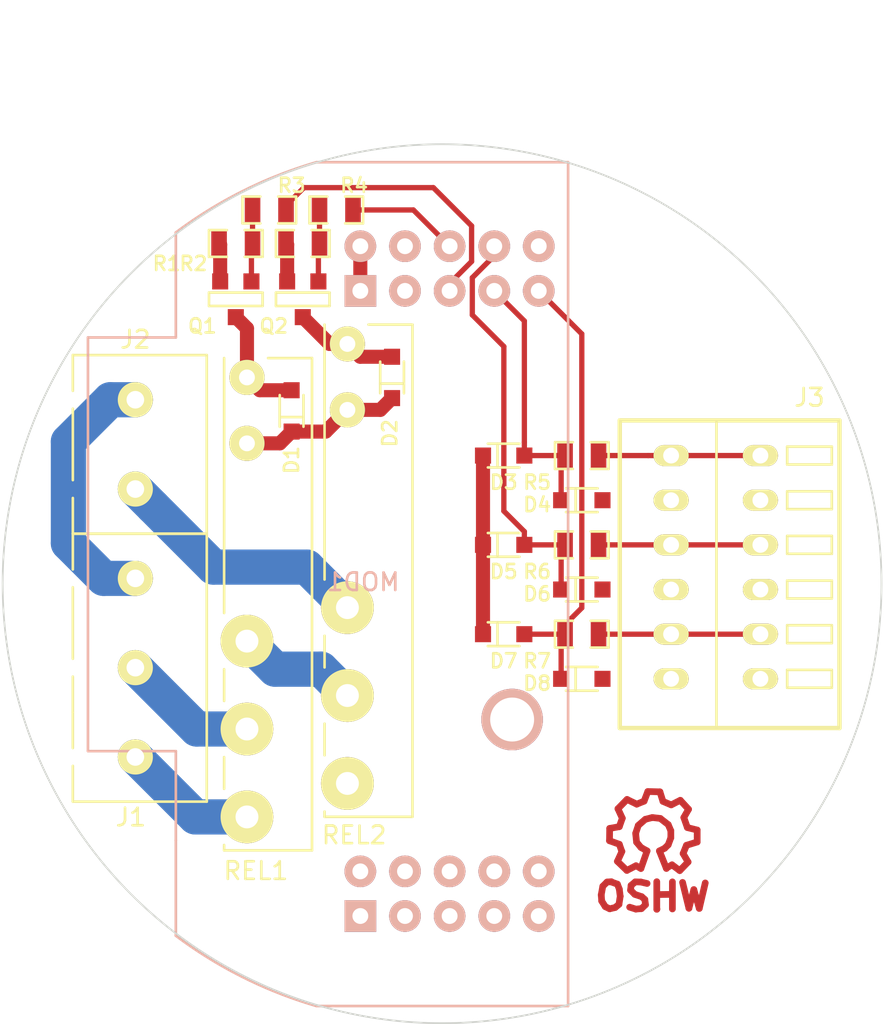
<source format=kicad_pcb>
(kicad_pcb (version 4) (host pcbnew "(2015-10-16 BZR 6271)-product")

  (general
    (links 51)
    (no_connects 18)
    (area 74.949999 74.949999 125.050001 125.050001)
    (thickness 1.6)
    (drawings 2)
    (tracks 84)
    (zones 0)
    (modules 24)
    (nets 21)
  )

  (page A4)
  (layers
    (0 F.Cu signal)
    (31 B.Cu signal)
    (32 B.Adhes user)
    (33 F.Adhes user)
    (34 B.Paste user)
    (35 F.Paste user)
    (36 B.SilkS user)
    (37 F.SilkS user)
    (38 B.Mask user)
    (39 F.Mask user)
    (40 Dwgs.User user)
    (41 Cmts.User user)
    (42 Eco1.User user)
    (43 Eco2.User user)
    (44 Edge.Cuts user)
    (45 Margin user)
    (46 B.CrtYd user)
    (47 F.CrtYd user)
    (48 B.Fab user)
    (49 F.Fab user)
  )

  (setup
    (last_trace_width 0.3)
    (trace_clearance 0.2)
    (zone_clearance 0.508)
    (zone_45_only no)
    (trace_min 0.2)
    (segment_width 0.2)
    (edge_width 0.1)
    (via_size 0.8)
    (via_drill 0.4)
    (via_min_size 0.4)
    (via_min_drill 0.3)
    (uvia_size 0.3)
    (uvia_drill 0.1)
    (uvias_allowed no)
    (uvia_min_size 0.2)
    (uvia_min_drill 0.1)
    (pcb_text_width 0.3)
    (pcb_text_size 1.5 1.5)
    (mod_edge_width 0.15)
    (mod_text_size 1 1)
    (mod_text_width 0.15)
    (pad_size 1.5 1.5)
    (pad_drill 0.6)
    (pad_to_mask_clearance 0)
    (aux_axis_origin 0 0)
    (visible_elements 7FFFFFFF)
    (pcbplotparams
      (layerselection 0x00030_80000001)
      (usegerberextensions false)
      (excludeedgelayer true)
      (linewidth 0.100000)
      (plotframeref false)
      (viasonmask false)
      (mode 1)
      (useauxorigin false)
      (hpglpennumber 1)
      (hpglpenspeed 20)
      (hpglpendiameter 15)
      (hpglpenoverlay 2)
      (psnegative false)
      (psa4output false)
      (plotreference true)
      (plotvalue true)
      (plotinvisibletext false)
      (padsonsilk false)
      (subtractmaskfromsilk false)
      (outputformat 1)
      (mirror false)
      (drillshape 1)
      (scaleselection 1)
      (outputdirectory ""))
  )

  (net 0 "")
  (net 1 "Net-(D1-Pad1)")
  (net 2 +24V)
  (net 3 "Net-(D2-Pad1)")
  (net 4 //button_up)
  (net 5 +5V)
  (net 6 GND)
  (net 7 //button_down)
  (net 8 "Net-(J3-Pad1)")
  (net 9 /relay_up_down)
  (net 10 /relay_on_off)
  (net 11 "Net-(Q1-Pad1)")
  (net 12 "Net-(Q2-Pad1)")
  (net 13 "Net-(J3-Pad3)")
  (net 14 "Net-(J3-Pad5)")
  (net 15 /230V_UP)
  (net 16 /230V_DOWN)
  (net 17 /230V_N)
  (net 18 //switch_close)
  (net 19 /230V_ON)
  (net 20 /230V_L)

  (net_class Default "This is the default net class."
    (clearance 0.2)
    (trace_width 0.3)
    (via_dia 0.8)
    (via_drill 0.4)
    (uvia_dia 0.3)
    (uvia_drill 0.1)
    (add_net //button_down)
    (add_net //button_up)
    (add_net //switch_close)
    (add_net /relay_on_off)
    (add_net /relay_up_down)
    (add_net "Net-(J3-Pad1)")
    (add_net "Net-(J3-Pad3)")
    (add_net "Net-(J3-Pad5)")
    (add_net "Net-(Q1-Pad1)")
    (add_net "Net-(Q2-Pad1)")
  )

  (net_class 230V ""
    (clearance 1.5)
    (trace_width 2)
    (via_dia 2.5)
    (via_drill 0.8)
    (uvia_dia 0.3)
    (uvia_drill 0.1)
    (add_net /230V_DOWN)
    (add_net /230V_L)
    (add_net /230V_N)
    (add_net /230V_ON)
    (add_net /230V_UP)
  )

  (net_class Power ""
    (clearance 0.4)
    (trace_width 0.8)
    (via_dia 1)
    (via_drill 0.5)
    (uvia_dia 0.3)
    (uvia_drill 0.1)
    (add_net +24V)
    (add_net +5V)
    (add_net GND)
    (add_net "Net-(D1-Pad1)")
    (add_net "Net-(D2-Pad1)")
  )

  (module Modules:bus-module_attiny1634 (layer B.Cu) (tedit 56347684) (tstamp 572F6661)
    (at 95.504 83.312 180)
    (path /572F6618)
    (fp_text reference MOD1 (at 0 -16.59 180) (layer B.SilkS)
      (effects (font (size 1 1) (thickness 0.15)) (justify mirror))
    )
    (fp_text value bus-module_attiny1634 (at 0 -11.84 180) (layer B.Fab)
      (effects (font (size 1 1) (thickness 0.15)) (justify mirror))
    )
    (fp_line (start 10.65 -26.21) (end 10.65 -31.28) (layer B.SilkS) (width 0.15))
    (fp_line (start 15.65 -26.21) (end 10.65 -26.21) (layer B.SilkS) (width 0.15))
    (fp_line (start 10.65 -2.68) (end 15.65 -2.68) (layer B.SilkS) (width 0.15))
    (fp_line (start 10.65 3.3) (end 10.65 -2.68) (layer B.SilkS) (width 0.15))
    (fp_line (start 10.65 -36.705) (end 10.65 -31.28) (layer B.SilkS) (width 0.15))
    (fp_line (start -11.665 7.29) (end -11.665 -40.71) (layer B.SilkS) (width 0.15))
    (fp_line (start -11.665 -40.71) (end 2.65 -40.71) (layer B.SilkS) (width 0.15))
    (fp_arc (start -4.35 -16.71) (end 10.65 -36.71) (angle -20.60091294) (layer B.SilkS) (width 0.15))
    (fp_arc (start -4.35 -16.71) (end 2.65 7.29) (angle -20.60666104) (layer B.SilkS) (width 0.15))
    (fp_line (start 2.65 7.29) (end -11.665 7.29) (layer B.SilkS) (width 0.15))
    (fp_line (start 15.65 -2.68) (end 15.65 -26.21) (layer B.SilkS) (width 0.15))
    (pad 1 thru_hole rect (at 0.154 -0.03 180) (size 1.8 1.8) (drill 0.9) (layers *.Cu *.Mask B.SilkS)
      (net 6 GND))
    (pad 2 thru_hole circle (at 0.154 2.51 180) (size 1.8 1.8) (drill 0.9) (layers *.Cu *.Mask B.SilkS)
      (net 6 GND))
    (pad 3 thru_hole circle (at -2.386 -0.03 180) (size 1.8 1.8) (drill 0.9) (layers *.Cu *.Mask B.SilkS))
    (pad 4 thru_hole circle (at -2.386 2.51 180) (size 1.8 1.8) (drill 0.9) (layers *.Cu *.Mask B.SilkS))
    (pad 5 thru_hole circle (at -4.926 -0.03 180) (size 1.8 1.8) (drill 0.9) (layers *.Cu *.Mask B.SilkS)
      (net 9 /relay_up_down))
    (pad 6 thru_hole circle (at -4.926 2.51 180) (size 1.8 1.8) (drill 0.9) (layers *.Cu *.Mask B.SilkS)
      (net 10 /relay_on_off))
    (pad 7 thru_hole circle (at -7.466 -0.03 180) (size 1.8 1.8) (drill 0.9) (layers *.Cu *.Mask B.SilkS)
      (net 4 //button_up))
    (pad 8 thru_hole circle (at -7.466 2.51 180) (size 1.8 1.8) (drill 0.9) (layers *.Cu *.Mask B.SilkS)
      (net 7 //button_down))
    (pad 9 thru_hole circle (at -9.996 -0.03 180) (size 1.8 1.8) (drill 0.9) (layers *.Cu *.Mask B.SilkS)
      (net 18 //switch_close))
    (pad 10 thru_hole circle (at -9.996 2.51 180) (size 1.8 1.8) (drill 0.9) (layers *.Cu *.Mask B.SilkS))
    (pad 11 thru_hole rect (at 0.154 -35.59 180) (size 1.8 1.8) (drill 0.9) (layers *.Cu *.Mask B.SilkS)
      (net 6 GND))
    (pad 12 thru_hole circle (at 0.154 -33.05 180) (size 1.8 1.8) (drill 0.9) (layers *.Cu *.Mask B.SilkS)
      (net 6 GND))
    (pad 13 thru_hole circle (at -2.386 -35.59 180) (size 1.8 1.8) (drill 0.9) (layers *.Cu *.Mask B.SilkS))
    (pad 14 thru_hole circle (at -2.386 -33.05 180) (size 1.8 1.8) (drill 0.9) (layers *.Cu *.Mask B.SilkS))
    (pad 15 thru_hole circle (at -4.926 -35.59 180) (size 1.8 1.8) (drill 0.9) (layers *.Cu *.Mask B.SilkS))
    (pad 16 thru_hole circle (at -4.926 -33.05 180) (size 1.8 1.8) (drill 0.9) (layers *.Cu *.Mask B.SilkS))
    (pad 17 thru_hole circle (at -7.466 -35.59 180) (size 1.8 1.8) (drill 0.9) (layers *.Cu *.Mask B.SilkS))
    (pad 18 thru_hole circle (at -7.466 -33.05 180) (size 1.8 1.8) (drill 0.9) (layers *.Cu *.Mask B.SilkS))
    (pad 19 thru_hole circle (at -9.996 -35.59 180) (size 1.8 1.8) (drill 0.9) (layers *.Cu *.Mask B.SilkS))
    (pad 20 thru_hole circle (at -9.996 -33.05 180) (size 1.8 1.8) (drill 0.9) (layers *.Cu *.Mask B.SilkS))
    (pad 21 thru_hole circle (at -8.482 -24.414 180) (size 3.5 3.5) (drill 2.5) (layers *.Cu *.Mask B.SilkS))
  )

  (module Symbol:Symbol_OSHW-Logo_Copper (layer F.Cu) (tedit 573CCEF4) (tstamp 572F62CD)
    (at 112.014 114.3)
    (descr "Symbol, OSHW-Logo, Copper,")
    (tags "Symbol, OSHW-Logo, Copper,")
    (path /572E288C)
    (fp_text reference LOGO1 (at 0.09906 -4.38912) (layer F.SilkS) hide
      (effects (font (size 1 1) (thickness 0.2)))
    )
    (fp_text value OPEN_HARDWARE_1 (at 0 6.096) (layer F.Fab) hide
      (effects (font (size 1 1) (thickness 0.2)))
    )
    (fp_line (start 1.66878 2.68986) (end 2.02946 4.16052) (layer F.Cu) (width 0.381))
    (fp_line (start 2.02946 4.16052) (end 2.30886 3.0988) (layer F.Cu) (width 0.381))
    (fp_line (start 2.30886 3.0988) (end 2.61874 4.17068) (layer F.Cu) (width 0.381))
    (fp_line (start 2.61874 4.17068) (end 2.9591 2.72034) (layer F.Cu) (width 0.381))
    (fp_line (start 0.24892 3.38074) (end 1.03886 3.37058) (layer F.Cu) (width 0.381))
    (fp_line (start 1.03886 3.37058) (end 1.04902 3.38074) (layer F.Cu) (width 0.381))
    (fp_line (start 1.04902 3.38074) (end 1.04902 3.37058) (layer F.Cu) (width 0.381))
    (fp_line (start 1.08966 2.65938) (end 1.08966 4.20116) (layer F.Cu) (width 0.381))
    (fp_line (start 0.20066 2.64922) (end 0.20066 4.21894) (layer F.Cu) (width 0.381))
    (fp_line (start 0.20066 4.21894) (end 0.21082 4.20878) (layer F.Cu) (width 0.381))
    (fp_line (start -0.35052 2.75082) (end -0.70104 2.66954) (layer F.Cu) (width 0.381))
    (fp_line (start -0.70104 2.66954) (end -1.02108 2.65938) (layer F.Cu) (width 0.381))
    (fp_line (start -1.02108 2.65938) (end -1.25984 2.86004) (layer F.Cu) (width 0.381))
    (fp_line (start -1.25984 2.86004) (end -1.29032 3.12928) (layer F.Cu) (width 0.381))
    (fp_line (start -1.29032 3.12928) (end -1.04902 3.37058) (layer F.Cu) (width 0.381))
    (fp_line (start -1.04902 3.37058) (end -0.6604 3.50012) (layer F.Cu) (width 0.381))
    (fp_line (start -0.6604 3.50012) (end -0.48006 3.66014) (layer F.Cu) (width 0.381))
    (fp_line (start -0.48006 3.66014) (end -0.43942 3.95986) (layer F.Cu) (width 0.381))
    (fp_line (start -0.43942 3.95986) (end -0.67056 4.18084) (layer F.Cu) (width 0.381))
    (fp_line (start -0.67056 4.18084) (end -0.9906 4.20878) (layer F.Cu) (width 0.381))
    (fp_line (start -0.9906 4.20878) (end -1.34112 4.09956) (layer F.Cu) (width 0.381))
    (fp_line (start -2.37998 2.64922) (end -2.6289 2.66954) (layer F.Cu) (width 0.381))
    (fp_line (start -2.6289 2.66954) (end -2.8702 2.91084) (layer F.Cu) (width 0.381))
    (fp_line (start -2.8702 2.91084) (end -2.9591 3.40106) (layer F.Cu) (width 0.381))
    (fp_line (start -2.9591 3.40106) (end -2.93116 3.74904) (layer F.Cu) (width 0.381))
    (fp_line (start -2.93116 3.74904) (end -2.7305 4.06908) (layer F.Cu) (width 0.381))
    (fp_line (start -2.7305 4.06908) (end -2.47904 4.191) (layer F.Cu) (width 0.381))
    (fp_line (start -2.47904 4.191) (end -2.16916 4.11988) (layer F.Cu) (width 0.381))
    (fp_line (start -2.16916 4.11988) (end -1.95072 3.93954) (layer F.Cu) (width 0.381))
    (fp_line (start -1.95072 3.93954) (end -1.8796 3.4798) (layer F.Cu) (width 0.381))
    (fp_line (start -1.8796 3.4798) (end -1.9304 3.07086) (layer F.Cu) (width 0.381))
    (fp_line (start -1.9304 3.07086) (end -2.03962 2.78892) (layer F.Cu) (width 0.381))
    (fp_line (start -2.03962 2.78892) (end -2.4003 2.65938) (layer F.Cu) (width 0.381))
    (fp_line (start -1.78054 0.92964) (end -2.03962 1.49098) (layer F.Cu) (width 0.381))
    (fp_line (start -2.03962 1.49098) (end -1.50114 2.00914) (layer F.Cu) (width 0.381))
    (fp_line (start -1.50114 2.00914) (end -0.98044 1.7399) (layer F.Cu) (width 0.381))
    (fp_line (start -0.98044 1.7399) (end -0.70104 1.89992) (layer F.Cu) (width 0.381))
    (fp_line (start 0.73914 1.8796) (end 1.06934 1.6891) (layer F.Cu) (width 0.381))
    (fp_line (start 1.06934 1.6891) (end 1.50876 2.0193) (layer F.Cu) (width 0.381))
    (fp_line (start 1.50876 2.0193) (end 1.9812 1.52908) (layer F.Cu) (width 0.381))
    (fp_line (start 1.9812 1.52908) (end 1.69926 1.04902) (layer F.Cu) (width 0.381))
    (fp_line (start 1.69926 1.04902) (end 1.88976 0.57912) (layer F.Cu) (width 0.381))
    (fp_line (start 1.88976 0.57912) (end 2.49936 0.39116) (layer F.Cu) (width 0.381))
    (fp_line (start 2.49936 0.39116) (end 2.49936 -0.28956) (layer F.Cu) (width 0.381))
    (fp_line (start 2.49936 -0.28956) (end 1.94056 -0.42926) (layer F.Cu) (width 0.381))
    (fp_line (start 1.94056 -0.42926) (end 1.7399 -1.00076) (layer F.Cu) (width 0.381))
    (fp_line (start 1.7399 -1.00076) (end 2.00914 -1.47066) (layer F.Cu) (width 0.381))
    (fp_line (start 2.00914 -1.47066) (end 1.53924 -1.9812) (layer F.Cu) (width 0.381))
    (fp_line (start 1.53924 -1.9812) (end 1.02108 -1.71958) (layer F.Cu) (width 0.381))
    (fp_line (start 1.02108 -1.71958) (end 0.55118 -1.92024) (layer F.Cu) (width 0.381))
    (fp_line (start 0.55118 -1.92024) (end 0.381 -2.46126) (layer F.Cu) (width 0.381))
    (fp_line (start 0.381 -2.46126) (end -0.30988 -2.47904) (layer F.Cu) (width 0.381))
    (fp_line (start -0.30988 -2.47904) (end -0.5207 -1.9304) (layer F.Cu) (width 0.381))
    (fp_line (start -0.5207 -1.9304) (end -0.9398 -1.76022) (layer F.Cu) (width 0.381))
    (fp_line (start -0.9398 -1.76022) (end -1.49098 -2.02946) (layer F.Cu) (width 0.381))
    (fp_line (start -1.49098 -2.02946) (end -2.00914 -1.50114) (layer F.Cu) (width 0.381))
    (fp_line (start -2.00914 -1.50114) (end -1.76022 -0.96012) (layer F.Cu) (width 0.381))
    (fp_line (start -1.76022 -0.96012) (end -1.9304 -0.48006) (layer F.Cu) (width 0.381))
    (fp_line (start -1.9304 -0.48006) (end -2.47904 -0.381) (layer F.Cu) (width 0.381))
    (fp_line (start -2.47904 -0.381) (end -2.4892 0.32004) (layer F.Cu) (width 0.381))
    (fp_line (start -2.4892 0.32004) (end -1.9304 0.5207) (layer F.Cu) (width 0.381))
    (fp_line (start -1.9304 0.5207) (end -1.7907 0.91948) (layer F.Cu) (width 0.381))
    (fp_line (start 0.35052 0.89916) (end 0.65024 0.7493) (layer F.Cu) (width 0.381))
    (fp_line (start 0.65024 0.7493) (end 0.8509 0.55118) (layer F.Cu) (width 0.381))
    (fp_line (start 0.8509 0.55118) (end 1.00076 0.14986) (layer F.Cu) (width 0.381))
    (fp_line (start 1.00076 0.14986) (end 1.00076 -0.24892) (layer F.Cu) (width 0.381))
    (fp_line (start 1.00076 -0.24892) (end 0.8509 -0.59944) (layer F.Cu) (width 0.381))
    (fp_line (start 0.8509 -0.59944) (end 0.39878 -0.94996) (layer F.Cu) (width 0.381))
    (fp_line (start 0.39878 -0.94996) (end -0.0508 -1.00076) (layer F.Cu) (width 0.381))
    (fp_line (start -0.0508 -1.00076) (end -0.44958 -0.89916) (layer F.Cu) (width 0.381))
    (fp_line (start -0.44958 -0.89916) (end -0.8509 -0.55118) (layer F.Cu) (width 0.381))
    (fp_line (start -0.8509 -0.55118) (end -1.00076 -0.09906) (layer F.Cu) (width 0.381))
    (fp_line (start -1.00076 -0.09906) (end -0.94996 0.39878) (layer F.Cu) (width 0.381))
    (fp_line (start -0.94996 0.39878) (end -0.70104 0.70104) (layer F.Cu) (width 0.381))
    (fp_line (start -0.70104 0.70104) (end -0.35052 0.89916) (layer F.Cu) (width 0.381))
    (fp_line (start -0.35052 0.89916) (end -0.70104 1.89992) (layer F.Cu) (width 0.381))
    (fp_line (start 0.35052 0.89916) (end 0.7493 1.89992) (layer F.Cu) (width 0.381))
  )

  (module Connector_Miscelleaneus:WAGO_233-6 (layer F.Cu) (tedit 563D3C0A) (tstamp 572F62EC)
    (at 118.11 92.71 270)
    (path /572F6370)
    (fp_text reference J3 (at -3.302 -2.794 360) (layer F.SilkS)
      (effects (font (size 1 1) (thickness 0.15)))
    )
    (fp_text value CONN_6X1 (at 6.35 7.112 270) (layer F.Fab)
      (effects (font (size 1 1) (thickness 0.15)))
    )
    (fp_line (start 12.192 -4.064) (end 13.208 -4.064) (layer F.SilkS) (width 0.15))
    (fp_line (start 13.208 -4.064) (end 13.208 -1.524) (layer F.SilkS) (width 0.15))
    (fp_line (start 13.208 -1.524) (end 12.192 -1.524) (layer F.SilkS) (width 0.15))
    (fp_line (start 12.192 -1.524) (end 12.192 -4.064) (layer F.SilkS) (width 0.15))
    (fp_line (start 9.652 -4.064) (end 10.668 -4.064) (layer F.SilkS) (width 0.15))
    (fp_line (start 10.668 -4.064) (end 10.668 -1.524) (layer F.SilkS) (width 0.15))
    (fp_line (start 10.668 -1.524) (end 9.652 -1.524) (layer F.SilkS) (width 0.15))
    (fp_line (start 9.652 -1.524) (end 9.652 -4.064) (layer F.SilkS) (width 0.15))
    (fp_line (start 7.112 -4.064) (end 8.128 -4.064) (layer F.SilkS) (width 0.15))
    (fp_line (start 8.128 -4.064) (end 8.128 -1.524) (layer F.SilkS) (width 0.15))
    (fp_line (start 8.128 -1.524) (end 7.112 -1.524) (layer F.SilkS) (width 0.15))
    (fp_line (start 7.112 -1.524) (end 7.112 -4.064) (layer F.SilkS) (width 0.15))
    (fp_line (start 4.572 -4.064) (end 5.588 -4.064) (layer F.SilkS) (width 0.15))
    (fp_line (start 5.588 -4.064) (end 5.588 -1.524) (layer F.SilkS) (width 0.15))
    (fp_line (start 5.588 -1.524) (end 4.572 -1.524) (layer F.SilkS) (width 0.15))
    (fp_line (start 4.572 -1.524) (end 4.572 -4.064) (layer F.SilkS) (width 0.15))
    (fp_line (start 2.032 -4.064) (end 3.048 -4.064) (layer F.SilkS) (width 0.15))
    (fp_line (start 3.048 -4.064) (end 3.048 -1.524) (layer F.SilkS) (width 0.15))
    (fp_line (start 3.048 -1.524) (end 2.032 -1.524) (layer F.SilkS) (width 0.15))
    (fp_line (start 2.032 -1.524) (end 2.032 -4.064) (layer F.SilkS) (width 0.15))
    (fp_line (start -0.508 -4.064) (end 0.508 -4.064) (layer F.SilkS) (width 0.15))
    (fp_line (start 0.508 -4.064) (end 0.508 -1.524) (layer F.SilkS) (width 0.15))
    (fp_line (start 0.508 -1.524) (end -0.508 -1.524) (layer F.SilkS) (width 0.15))
    (fp_line (start -0.508 -1.524) (end -0.508 -4.064) (layer F.SilkS) (width 0.15))
    (fp_line (start -2 2.5) (end 15.5 2.5) (layer F.SilkS) (width 0.15))
    (fp_line (start -2 -4.5) (end -2 8) (layer F.SilkS) (width 0.25))
    (fp_line (start -2 8) (end 15.5 8) (layer F.SilkS) (width 0.25))
    (fp_line (start 15.5 8) (end 15.5 -4.5) (layer F.SilkS) (width 0.25))
    (fp_line (start -2 -4.5) (end 15.5 -4.5) (layer F.SilkS) (width 0.25))
    (pad 2 thru_hole oval (at 2.54 0 270) (size 1.2 2) (drill 0.9) (layers *.Cu *.Mask F.SilkS)
      (net 6 GND))
    (pad 1 thru_hole oval (at 0 0 270) (size 1.2 2) (drill 0.9) (layers *.Cu *.Mask F.SilkS)
      (net 8 "Net-(J3-Pad1)"))
    (pad 3 thru_hole oval (at 5.08 0 270) (size 1.2 2) (drill 0.9) (layers *.Cu *.Mask F.SilkS)
      (net 13 "Net-(J3-Pad3)") (solder_mask_margin 0.1) (clearance 0.1))
    (pad 4 thru_hole oval (at 7.62 0 270) (size 1.2 2) (drill 0.9) (layers *.Cu *.Mask F.SilkS)
      (net 6 GND))
    (pad 5 thru_hole oval (at 10.16 0 270) (size 1.2 2) (drill 0.9) (layers *.Cu *.Mask F.SilkS)
      (net 14 "Net-(J3-Pad5)"))
    (pad 6 thru_hole oval (at 12.7 0 270) (size 1.2 2) (drill 0.9) (layers *.Cu *.Mask F.SilkS)
      (net 6 GND))
    (pad 1 thru_hole oval (at 0 5.08 270) (size 1.2 2) (drill 0.9) (layers *.Cu *.Mask F.SilkS)
      (net 8 "Net-(J3-Pad1)"))
    (pad 2 thru_hole oval (at 2.54 5.08 270) (size 1.2 2) (drill 0.9) (layers *.Cu *.Mask F.SilkS)
      (net 6 GND))
    (pad 3 thru_hole oval (at 5.08 5.08 270) (size 1.2 2) (drill 0.9) (layers *.Cu *.Mask F.SilkS)
      (net 13 "Net-(J3-Pad3)"))
    (pad 4 thru_hole oval (at 7.62 5.08 270) (size 1.2 2) (drill 0.9) (layers *.Cu *.Mask F.SilkS)
      (net 6 GND))
    (pad 5 thru_hole oval (at 10.16 5.08 270) (size 1.2 2) (drill 0.9) (layers *.Cu *.Mask F.SilkS)
      (net 14 "Net-(J3-Pad5)"))
    (pad 6 thru_hole oval (at 12.7 5.08 270) (size 1.2 2) (drill 0.9) (layers *.Cu *.Mask F.SilkS)
      (net 6 GND))
  )

  (module Relay:finder_34.51_1xUM (layer F.Cu) (tedit 5732031B) (tstamp 5732076C)
    (at 88.9 88.265 270)
    (path /572DA059)
    (fp_text reference REL1 (at 28.067 -0.508 360) (layer F.SilkS)
      (effects (font (size 1 1) (thickness 0.15)))
    )
    (fp_text value FINDER_36.11-4001 (at 6.7 -2.7 270) (layer F.Fab)
      (effects (font (size 1 1) (thickness 0.15)))
    )
    (fp_line (start 26.9 1.3) (end 26.6 1.3) (layer F.SilkS) (width 0.15))
    (fp_line (start 21.6 1.3) (end 23.4 1.3) (layer F.SilkS) (width 0.15))
    (fp_line (start 16.6 1.3) (end 18.4 1.3) (layer F.SilkS) (width 0.15))
    (fp_line (start -1.1 1.3) (end 13.4 1.3) (layer F.SilkS) (width 0.15))
    (fp_line (start 26.9 1.3) (end 26.9 -3.7) (layer F.SilkS) (width 0.15))
    (fp_line (start 26.9 -3.7) (end -1.1 -3.7) (layer F.SilkS) (width 0.15))
    (fp_line (start -1.1 -3.7) (end -1.1 -1.2) (layer F.SilkS) (width 0.15))
    (pad 1 thru_hole circle (at 0 0 270) (size 2 2) (drill 0.9) (layers *.Cu *.Mask F.SilkS)
      (net 1 "Net-(D1-Pad1)"))
    (pad 2 thru_hole circle (at 3.75 0 270) (size 2 2) (drill 0.9) (layers *.Cu *.Mask F.SilkS)
      (net 2 +24V))
    (pad 3 thru_hole circle (at 15 0 270) (size 3 3) (drill 1.3) (layers *.Cu *.Mask F.SilkS)
      (net 19 /230V_ON))
    (pad 4 thru_hole circle (at 20 0 270) (size 3 3) (drill 1.3) (layers *.Cu *.Mask F.SilkS)
      (net 15 /230V_UP))
    (pad 5 thru_hole circle (at 25 0 270) (size 3 3) (drill 1.3) (layers *.Cu *.Mask F.SilkS)
      (net 16 /230V_DOWN))
  )

  (module Connector_Miscelleaneus:CLAMP_5,08mm_3pole_stackable (layer F.Cu) (tedit 52ADFC47) (tstamp 5734AB73)
    (at 82.55 99.695 270)
    (path /572DA57F)
    (fp_text reference J1 (at 13.589 0.254 360) (layer F.SilkS)
      (effects (font (size 1 1) (thickness 0.15)))
    )
    (fp_text value CONN_3X1 (at 5.08 -5.08 270) (layer F.Fab)
      (effects (font (size 1 1) (thickness 0.15)))
    )
    (fp_line (start 9.652 3.556) (end 7.62 3.556) (layer F.SilkS) (width 0.15))
    (fp_line (start -2.54 -4.064) (end 12.7 -4.064) (layer F.SilkS) (width 0.15))
    (fp_line (start 12.7 -4.064) (end 12.7 3.556) (layer F.SilkS) (width 0.15))
    (fp_line (start 12.7 3.556) (end 10.668 3.556) (layer F.SilkS) (width 0.15))
    (fp_line (start 5.588 3.556) (end 7.62 3.556) (layer F.SilkS) (width 0.15))
    (fp_line (start 0.508 3.556) (end 4.572 3.556) (layer F.SilkS) (width 0.15))
    (fp_line (start -2.54 3.556) (end -0.508 3.556) (layer F.SilkS) (width 0.15))
    (fp_line (start -2.54 3.556) (end -2.54 -4.064) (layer F.SilkS) (width 0.15))
    (pad 1 thru_hole circle (at 0 0 270) (size 2 2) (drill 1) (layers *.Cu *.Mask F.SilkS)
      (net 17 /230V_N))
    (pad 2 thru_hole circle (at 5.08 0 270) (size 2 2) (drill 1) (layers *.Cu *.Mask F.SilkS)
      (net 15 /230V_UP))
    (pad 3 thru_hole circle (at 10.16 0 270) (size 2 2) (drill 1) (layers *.Cu *.Mask F.SilkS)
      (net 16 /230V_DOWN))
  )

  (module Connector_Miscelleaneus:CLAMP_5,08mm_2pole_stackable (layer F.Cu) (tedit 52ADFDB7) (tstamp 5734AB79)
    (at 82.55 89.535 270)
    (path /572DA6F3)
    (fp_text reference J2 (at -3.429 0 360) (layer F.SilkS)
      (effects (font (size 1 1) (thickness 0.15)))
    )
    (fp_text value CONN_2X1 (at 2.54 -5.08 270) (layer F.Fab)
      (effects (font (size 1 1) (thickness 0.15)))
    )
    (fp_line (start -0.508 3.556) (end -2.54 3.556) (layer F.SilkS) (width 0.15))
    (fp_line (start 4.572 3.556) (end 0.508 3.556) (layer F.SilkS) (width 0.15))
    (fp_line (start 7.62 3.556) (end 5.588 3.556) (layer F.SilkS) (width 0.15))
    (fp_line (start -2.54 -4.064) (end -2.54 3.556) (layer F.SilkS) (width 0.15))
    (fp_line (start 7.62 -4.064) (end 7.62 3.556) (layer F.SilkS) (width 0.15))
    (fp_line (start -2.54 -4.064) (end 7.62 -4.064) (layer F.SilkS) (width 0.15))
    (pad 1 thru_hole circle (at 0 0 270) (size 2 2) (drill 1) (layers *.Cu *.Mask F.SilkS)
      (net 17 /230V_N))
    (pad 2 thru_hole circle (at 5.08 0 270) (size 2 2) (drill 1) (layers *.Cu *.Mask F.SilkS)
      (net 20 /230V_L))
  )

  (module Housings_SOT:SOT23-3 (layer F.Cu) (tedit 4CD9B44D) (tstamp 573CAE21)
    (at 88.265 83.82)
    (descr "Module CMS SOT23 Transistor EBC")
    (tags "CMS SOT")
    (path /572DAC4A)
    (attr smd)
    (fp_text reference Q1 (at -1.905 1.524) (layer F.SilkS)
      (effects (font (size 0.8 0.8) (thickness 0.15)))
    )
    (fp_text value BSS138 (at 0 0) (layer F.Fab)
      (effects (font (size 0.8 0.8) (thickness 0.15)))
    )
    (fp_line (start -1.524 -0.381) (end 1.524 -0.381) (layer F.SilkS) (width 0.15))
    (fp_line (start 1.524 -0.381) (end 1.524 0.381) (layer F.SilkS) (width 0.15))
    (fp_line (start 1.524 0.381) (end -1.524 0.381) (layer F.SilkS) (width 0.15))
    (fp_line (start -1.524 0.381) (end -1.524 -0.381) (layer F.SilkS) (width 0.15))
    (pad 2 smd rect (at -0.889 -1.016) (size 0.9144 0.9144) (layers F.Cu F.Paste F.Mask)
      (net 6 GND))
    (pad 1 smd rect (at 0.889 -1.016) (size 0.9144 0.9144) (layers F.Cu F.Paste F.Mask)
      (net 11 "Net-(Q1-Pad1)"))
    (pad 3 smd rect (at 0 1.016) (size 0.9144 0.9144) (layers F.Cu F.Paste F.Mask)
      (net 1 "Net-(D1-Pad1)"))
    (model smd/cms_sot23.wrl
      (at (xyz 0 0 0))
      (scale (xyz 0.13 0.15 0.15))
      (rotate (xyz 0 0 0))
    )
  )

  (module Housings_SOT:SOT23-3 (layer F.Cu) (tedit 4CD9B44D) (tstamp 573CAE2C)
    (at 92.075 83.82)
    (descr "Module CMS SOT23 Transistor EBC")
    (tags "CMS SOT")
    (path /572DAB4D)
    (attr smd)
    (fp_text reference Q2 (at -1.651 1.524) (layer F.SilkS)
      (effects (font (size 0.8 0.8) (thickness 0.15)))
    )
    (fp_text value BSS138 (at 0 0) (layer F.Fab)
      (effects (font (size 0.8 0.8) (thickness 0.15)))
    )
    (fp_line (start -1.524 -0.381) (end 1.524 -0.381) (layer F.SilkS) (width 0.15))
    (fp_line (start 1.524 -0.381) (end 1.524 0.381) (layer F.SilkS) (width 0.15))
    (fp_line (start 1.524 0.381) (end -1.524 0.381) (layer F.SilkS) (width 0.15))
    (fp_line (start -1.524 0.381) (end -1.524 -0.381) (layer F.SilkS) (width 0.15))
    (pad 2 smd rect (at -0.889 -1.016) (size 0.9144 0.9144) (layers F.Cu F.Paste F.Mask)
      (net 6 GND))
    (pad 1 smd rect (at 0.889 -1.016) (size 0.9144 0.9144) (layers F.Cu F.Paste F.Mask)
      (net 12 "Net-(Q2-Pad1)"))
    (pad 3 smd rect (at 0 1.016) (size 0.9144 0.9144) (layers F.Cu F.Paste F.Mask)
      (net 3 "Net-(D2-Pad1)"))
    (model smd/cms_sot23.wrl
      (at (xyz 0 0 0))
      (scale (xyz 0.13 0.15 0.15))
      (rotate (xyz 0 0 0))
    )
  )

  (module Diode_SMD:D_SOD323 (layer F.Cu) (tedit 525AE043) (tstamp 573CB5A3)
    (at 91.44 90.17 270)
    (path /572DA3A8)
    (fp_text reference D1 (at 2.794 0 270) (layer F.SilkS)
      (effects (font (size 0.8 0.8) (thickness 0.15)))
    )
    (fp_text value 1N4148 (at 0 1.524 270) (layer F.Fab)
      (effects (font (size 0.8 0.8) (thickness 0.15)))
    )
    (fp_line (start 0.35052 -0.67564) (end 0.35052 0.67564) (layer F.SilkS) (width 0.15))
    (fp_line (start -0.89916 -0.67564) (end 0.89916 -0.67564) (layer F.SilkS) (width 0.15))
    (fp_line (start 0.89916 0.67564) (end -0.89916 0.67564) (layer F.SilkS) (width 0.15))
    (pad 1 smd rect (at -1.17602 0 270) (size 0.9144 0.9144) (layers F.Cu F.Paste F.Mask)
      (net 1 "Net-(D1-Pad1)"))
    (pad 2 smd rect (at 1.17602 0 270) (size 0.9144 0.9144) (layers F.Cu F.Paste F.Mask)
      (net 2 +24V))
  )

  (module Diode_SMD:D_SOD323 (layer F.Cu) (tedit 525AE043) (tstamp 573CB5A8)
    (at 97.155 88.265 270)
    (path /572DA4C3)
    (fp_text reference D2 (at 3.175 0.127 270) (layer F.SilkS)
      (effects (font (size 0.8 0.8) (thickness 0.15)))
    )
    (fp_text value 1N4148 (at 0 1.524 270) (layer F.Fab)
      (effects (font (size 0.8 0.8) (thickness 0.15)))
    )
    (fp_line (start 0.35052 -0.67564) (end 0.35052 0.67564) (layer F.SilkS) (width 0.15))
    (fp_line (start -0.89916 -0.67564) (end 0.89916 -0.67564) (layer F.SilkS) (width 0.15))
    (fp_line (start 0.89916 0.67564) (end -0.89916 0.67564) (layer F.SilkS) (width 0.15))
    (pad 1 smd rect (at -1.17602 0 270) (size 0.9144 0.9144) (layers F.Cu F.Paste F.Mask)
      (net 3 "Net-(D2-Pad1)"))
    (pad 2 smd rect (at 1.17602 0 270) (size 0.9144 0.9144) (layers F.Cu F.Paste F.Mask)
      (net 2 +24V))
  )

  (module Diode_SMD:D_SOD323 (layer F.Cu) (tedit 525AE043) (tstamp 573CB5AD)
    (at 103.505 92.71 180)
    (path /572DBBA8)
    (fp_text reference D3 (at 0 -1.524 180) (layer F.SilkS)
      (effects (font (size 0.8 0.8) (thickness 0.15)))
    )
    (fp_text value 1N4148 (at 0 1.524 180) (layer F.Fab)
      (effects (font (size 0.8 0.8) (thickness 0.15)))
    )
    (fp_line (start 0.35052 -0.67564) (end 0.35052 0.67564) (layer F.SilkS) (width 0.15))
    (fp_line (start -0.89916 -0.67564) (end 0.89916 -0.67564) (layer F.SilkS) (width 0.15))
    (fp_line (start 0.89916 0.67564) (end -0.89916 0.67564) (layer F.SilkS) (width 0.15))
    (pad 1 smd rect (at -1.17602 0 180) (size 0.9144 0.9144) (layers F.Cu F.Paste F.Mask)
      (net 4 //button_up))
    (pad 2 smd rect (at 1.17602 0 180) (size 0.9144 0.9144) (layers F.Cu F.Paste F.Mask)
      (net 5 +5V))
  )

  (module Diode_SMD:D_SOD323 (layer F.Cu) (tedit 525AE043) (tstamp 573CB5B2)
    (at 107.95 95.25 180)
    (path /572DBC4B)
    (fp_text reference D4 (at 2.54 -0.254 180) (layer F.SilkS)
      (effects (font (size 0.8 0.8) (thickness 0.15)))
    )
    (fp_text value 1N4148 (at 0 1.524 180) (layer F.Fab)
      (effects (font (size 0.8 0.8) (thickness 0.15)))
    )
    (fp_line (start 0.35052 -0.67564) (end 0.35052 0.67564) (layer F.SilkS) (width 0.15))
    (fp_line (start -0.89916 -0.67564) (end 0.89916 -0.67564) (layer F.SilkS) (width 0.15))
    (fp_line (start 0.89916 0.67564) (end -0.89916 0.67564) (layer F.SilkS) (width 0.15))
    (pad 1 smd rect (at -1.17602 0 180) (size 0.9144 0.9144) (layers F.Cu F.Paste F.Mask)
      (net 6 GND))
    (pad 2 smd rect (at 1.17602 0 180) (size 0.9144 0.9144) (layers F.Cu F.Paste F.Mask)
      (net 4 //button_up))
  )

  (module Diode_SMD:D_SOD323 (layer F.Cu) (tedit 525AE043) (tstamp 573CB5B7)
    (at 103.505 97.79 180)
    (path /572DD715)
    (fp_text reference D5 (at 0 -1.524 180) (layer F.SilkS)
      (effects (font (size 0.8 0.8) (thickness 0.15)))
    )
    (fp_text value 1N4148 (at 0 1.524 180) (layer F.Fab)
      (effects (font (size 0.8 0.8) (thickness 0.15)))
    )
    (fp_line (start 0.35052 -0.67564) (end 0.35052 0.67564) (layer F.SilkS) (width 0.15))
    (fp_line (start -0.89916 -0.67564) (end 0.89916 -0.67564) (layer F.SilkS) (width 0.15))
    (fp_line (start 0.89916 0.67564) (end -0.89916 0.67564) (layer F.SilkS) (width 0.15))
    (pad 1 smd rect (at -1.17602 0 180) (size 0.9144 0.9144) (layers F.Cu F.Paste F.Mask)
      (net 7 //button_down))
    (pad 2 smd rect (at 1.17602 0 180) (size 0.9144 0.9144) (layers F.Cu F.Paste F.Mask)
      (net 5 +5V))
  )

  (module Diode_SMD:D_SOD323 (layer F.Cu) (tedit 525AE043) (tstamp 573CB5BC)
    (at 107.95 100.33 180)
    (path /572DD71B)
    (fp_text reference D6 (at 2.54 -0.254 180) (layer F.SilkS)
      (effects (font (size 0.8 0.8) (thickness 0.15)))
    )
    (fp_text value 1N4148 (at 0 1.524 180) (layer F.Fab)
      (effects (font (size 0.8 0.8) (thickness 0.15)))
    )
    (fp_line (start 0.35052 -0.67564) (end 0.35052 0.67564) (layer F.SilkS) (width 0.15))
    (fp_line (start -0.89916 -0.67564) (end 0.89916 -0.67564) (layer F.SilkS) (width 0.15))
    (fp_line (start 0.89916 0.67564) (end -0.89916 0.67564) (layer F.SilkS) (width 0.15))
    (pad 1 smd rect (at -1.17602 0 180) (size 0.9144 0.9144) (layers F.Cu F.Paste F.Mask)
      (net 6 GND))
    (pad 2 smd rect (at 1.17602 0 180) (size 0.9144 0.9144) (layers F.Cu F.Paste F.Mask)
      (net 7 //button_down))
  )

  (module Diode_SMD:D_SOD323 (layer F.Cu) (tedit 525AE043) (tstamp 573CB5C1)
    (at 103.505 102.87 180)
    (path /572DDC6C)
    (fp_text reference D7 (at 0 -1.524 180) (layer F.SilkS)
      (effects (font (size 0.8 0.8) (thickness 0.15)))
    )
    (fp_text value 1N4148 (at 0 1.524 180) (layer F.Fab)
      (effects (font (size 0.8 0.8) (thickness 0.15)))
    )
    (fp_line (start 0.35052 -0.67564) (end 0.35052 0.67564) (layer F.SilkS) (width 0.15))
    (fp_line (start -0.89916 -0.67564) (end 0.89916 -0.67564) (layer F.SilkS) (width 0.15))
    (fp_line (start 0.89916 0.67564) (end -0.89916 0.67564) (layer F.SilkS) (width 0.15))
    (pad 1 smd rect (at -1.17602 0 180) (size 0.9144 0.9144) (layers F.Cu F.Paste F.Mask)
      (net 18 //switch_close))
    (pad 2 smd rect (at 1.17602 0 180) (size 0.9144 0.9144) (layers F.Cu F.Paste F.Mask)
      (net 5 +5V))
  )

  (module Diode_SMD:D_SOD323 (layer F.Cu) (tedit 525AE043) (tstamp 573CB5C6)
    (at 107.95 105.41 180)
    (path /572DDC72)
    (fp_text reference D8 (at 2.54 -0.254 180) (layer F.SilkS)
      (effects (font (size 0.8 0.8) (thickness 0.15)))
    )
    (fp_text value 1N4148 (at 0 1.524 180) (layer F.Fab)
      (effects (font (size 0.8 0.8) (thickness 0.15)))
    )
    (fp_line (start 0.35052 -0.67564) (end 0.35052 0.67564) (layer F.SilkS) (width 0.15))
    (fp_line (start -0.89916 -0.67564) (end 0.89916 -0.67564) (layer F.SilkS) (width 0.15))
    (fp_line (start 0.89916 0.67564) (end -0.89916 0.67564) (layer F.SilkS) (width 0.15))
    (pad 1 smd rect (at -1.17602 0 180) (size 0.9144 0.9144) (layers F.Cu F.Paste F.Mask)
      (net 6 GND))
    (pad 2 smd rect (at 1.17602 0 180) (size 0.9144 0.9144) (layers F.Cu F.Paste F.Mask)
      (net 18 //switch_close))
  )

  (module Resistor:R_0805 (layer F.Cu) (tedit 525A8E7A) (tstamp 573CB5CB)
    (at 88.265 80.645 180)
    (path /572DAD70)
    (attr smd)
    (fp_text reference R1 (at 3.937 -1.143 180) (layer F.SilkS)
      (effects (font (size 0.8 0.8) (thickness 0.15)))
    )
    (fp_text value 10k (at 0.127 1.524 180) (layer F.Fab)
      (effects (font (size 0.8 0.8) (thickness 0.15)))
    )
    (fp_line (start -0.508 0.762) (end -1.524 0.762) (layer F.SilkS) (width 0.15))
    (fp_line (start -1.524 0.762) (end -1.524 -0.762) (layer F.SilkS) (width 0.15))
    (fp_line (start -1.524 -0.762) (end -0.508 -0.762) (layer F.SilkS) (width 0.15))
    (fp_line (start 0.508 -0.762) (end 1.524 -0.762) (layer F.SilkS) (width 0.15))
    (fp_line (start 1.524 -0.762) (end 1.524 0.762) (layer F.SilkS) (width 0.15))
    (fp_line (start 1.524 0.762) (end 0.508 0.762) (layer F.SilkS) (width 0.15))
    (pad 1 smd rect (at -0.9525 0 180) (size 0.889 1.397) (layers F.Cu F.Paste F.Mask)
      (net 11 "Net-(Q1-Pad1)"))
    (pad 2 smd rect (at 0.9525 0 180) (size 0.889 1.397) (layers F.Cu F.Paste F.Mask)
      (net 6 GND))
    (model smd/chip_cms.wrl
      (at (xyz 0 0 0))
      (scale (xyz 0.1 0.1 0.1))
      (rotate (xyz 0 0 0))
    )
  )

  (module Resistor:R_0805 (layer F.Cu) (tedit 525A8E7A) (tstamp 573CB5D0)
    (at 92.075 80.645 180)
    (path /572DADE3)
    (attr smd)
    (fp_text reference R2 (at 6.223 -1.143 180) (layer F.SilkS)
      (effects (font (size 0.8 0.8) (thickness 0.15)))
    )
    (fp_text value 10k (at 0.127 1.524 180) (layer F.Fab)
      (effects (font (size 0.8 0.8) (thickness 0.15)))
    )
    (fp_line (start -0.508 0.762) (end -1.524 0.762) (layer F.SilkS) (width 0.15))
    (fp_line (start -1.524 0.762) (end -1.524 -0.762) (layer F.SilkS) (width 0.15))
    (fp_line (start -1.524 -0.762) (end -0.508 -0.762) (layer F.SilkS) (width 0.15))
    (fp_line (start 0.508 -0.762) (end 1.524 -0.762) (layer F.SilkS) (width 0.15))
    (fp_line (start 1.524 -0.762) (end 1.524 0.762) (layer F.SilkS) (width 0.15))
    (fp_line (start 1.524 0.762) (end 0.508 0.762) (layer F.SilkS) (width 0.15))
    (pad 1 smd rect (at -0.9525 0 180) (size 0.889 1.397) (layers F.Cu F.Paste F.Mask)
      (net 12 "Net-(Q2-Pad1)"))
    (pad 2 smd rect (at 0.9525 0 180) (size 0.889 1.397) (layers F.Cu F.Paste F.Mask)
      (net 6 GND))
    (model smd/chip_cms.wrl
      (at (xyz 0 0 0))
      (scale (xyz 0.1 0.1 0.1))
      (rotate (xyz 0 0 0))
    )
  )

  (module Resistor:R_0805 (layer F.Cu) (tedit 525A8E7A) (tstamp 573CB5D5)
    (at 90.17 78.74)
    (path /572DAC83)
    (attr smd)
    (fp_text reference R3 (at 1.27 -1.397) (layer F.SilkS)
      (effects (font (size 0.8 0.8) (thickness 0.15)))
    )
    (fp_text value 100 (at 0.127 1.524) (layer F.Fab)
      (effects (font (size 0.8 0.8) (thickness 0.15)))
    )
    (fp_line (start -0.508 0.762) (end -1.524 0.762) (layer F.SilkS) (width 0.15))
    (fp_line (start -1.524 0.762) (end -1.524 -0.762) (layer F.SilkS) (width 0.15))
    (fp_line (start -1.524 -0.762) (end -0.508 -0.762) (layer F.SilkS) (width 0.15))
    (fp_line (start 0.508 -0.762) (end 1.524 -0.762) (layer F.SilkS) (width 0.15))
    (fp_line (start 1.524 -0.762) (end 1.524 0.762) (layer F.SilkS) (width 0.15))
    (fp_line (start 1.524 0.762) (end 0.508 0.762) (layer F.SilkS) (width 0.15))
    (pad 1 smd rect (at -0.9525 0) (size 0.889 1.397) (layers F.Cu F.Paste F.Mask)
      (net 11 "Net-(Q1-Pad1)"))
    (pad 2 smd rect (at 0.9525 0) (size 0.889 1.397) (layers F.Cu F.Paste F.Mask)
      (net 9 /relay_up_down))
    (model smd/chip_cms.wrl
      (at (xyz 0 0 0))
      (scale (xyz 0.1 0.1 0.1))
      (rotate (xyz 0 0 0))
    )
  )

  (module Resistor:R_0805 (layer F.Cu) (tedit 525A8E7A) (tstamp 573CB5DA)
    (at 93.98 78.74)
    (path /572DAE46)
    (attr smd)
    (fp_text reference R4 (at 1.016 -1.397) (layer F.SilkS)
      (effects (font (size 0.8 0.8) (thickness 0.15)))
    )
    (fp_text value 100 (at 0.127 1.524) (layer F.Fab)
      (effects (font (size 0.8 0.8) (thickness 0.15)))
    )
    (fp_line (start -0.508 0.762) (end -1.524 0.762) (layer F.SilkS) (width 0.15))
    (fp_line (start -1.524 0.762) (end -1.524 -0.762) (layer F.SilkS) (width 0.15))
    (fp_line (start -1.524 -0.762) (end -0.508 -0.762) (layer F.SilkS) (width 0.15))
    (fp_line (start 0.508 -0.762) (end 1.524 -0.762) (layer F.SilkS) (width 0.15))
    (fp_line (start 1.524 -0.762) (end 1.524 0.762) (layer F.SilkS) (width 0.15))
    (fp_line (start 1.524 0.762) (end 0.508 0.762) (layer F.SilkS) (width 0.15))
    (pad 1 smd rect (at -0.9525 0) (size 0.889 1.397) (layers F.Cu F.Paste F.Mask)
      (net 12 "Net-(Q2-Pad1)"))
    (pad 2 smd rect (at 0.9525 0) (size 0.889 1.397) (layers F.Cu F.Paste F.Mask)
      (net 10 /relay_on_off))
    (model smd/chip_cms.wrl
      (at (xyz 0 0 0))
      (scale (xyz 0.1 0.1 0.1))
      (rotate (xyz 0 0 0))
    )
  )

  (module Resistor:R_0805 (layer F.Cu) (tedit 525A8E7A) (tstamp 573CB5DF)
    (at 107.95 92.71)
    (path /572DCA7A)
    (attr smd)
    (fp_text reference R5 (at -2.54 1.524) (layer F.SilkS)
      (effects (font (size 0.8 0.8) (thickness 0.15)))
    )
    (fp_text value 1k (at 0.127 1.524) (layer F.Fab)
      (effects (font (size 0.8 0.8) (thickness 0.15)))
    )
    (fp_line (start -0.508 0.762) (end -1.524 0.762) (layer F.SilkS) (width 0.15))
    (fp_line (start -1.524 0.762) (end -1.524 -0.762) (layer F.SilkS) (width 0.15))
    (fp_line (start -1.524 -0.762) (end -0.508 -0.762) (layer F.SilkS) (width 0.15))
    (fp_line (start 0.508 -0.762) (end 1.524 -0.762) (layer F.SilkS) (width 0.15))
    (fp_line (start 1.524 -0.762) (end 1.524 0.762) (layer F.SilkS) (width 0.15))
    (fp_line (start 1.524 0.762) (end 0.508 0.762) (layer F.SilkS) (width 0.15))
    (pad 1 smd rect (at -0.9525 0) (size 0.889 1.397) (layers F.Cu F.Paste F.Mask)
      (net 4 //button_up))
    (pad 2 smd rect (at 0.9525 0) (size 0.889 1.397) (layers F.Cu F.Paste F.Mask)
      (net 8 "Net-(J3-Pad1)"))
    (model smd/chip_cms.wrl
      (at (xyz 0 0 0))
      (scale (xyz 0.1 0.1 0.1))
      (rotate (xyz 0 0 0))
    )
  )

  (module Resistor:R_0805 (layer F.Cu) (tedit 525A8E7A) (tstamp 573CB5E4)
    (at 107.95 97.79)
    (path /572DD721)
    (attr smd)
    (fp_text reference R6 (at -2.54 1.524) (layer F.SilkS)
      (effects (font (size 0.8 0.8) (thickness 0.15)))
    )
    (fp_text value 1k (at 0.127 1.524) (layer F.Fab)
      (effects (font (size 0.8 0.8) (thickness 0.15)))
    )
    (fp_line (start -0.508 0.762) (end -1.524 0.762) (layer F.SilkS) (width 0.15))
    (fp_line (start -1.524 0.762) (end -1.524 -0.762) (layer F.SilkS) (width 0.15))
    (fp_line (start -1.524 -0.762) (end -0.508 -0.762) (layer F.SilkS) (width 0.15))
    (fp_line (start 0.508 -0.762) (end 1.524 -0.762) (layer F.SilkS) (width 0.15))
    (fp_line (start 1.524 -0.762) (end 1.524 0.762) (layer F.SilkS) (width 0.15))
    (fp_line (start 1.524 0.762) (end 0.508 0.762) (layer F.SilkS) (width 0.15))
    (pad 1 smd rect (at -0.9525 0) (size 0.889 1.397) (layers F.Cu F.Paste F.Mask)
      (net 7 //button_down))
    (pad 2 smd rect (at 0.9525 0) (size 0.889 1.397) (layers F.Cu F.Paste F.Mask)
      (net 13 "Net-(J3-Pad3)"))
    (model smd/chip_cms.wrl
      (at (xyz 0 0 0))
      (scale (xyz 0.1 0.1 0.1))
      (rotate (xyz 0 0 0))
    )
  )

  (module Resistor:R_0805 (layer F.Cu) (tedit 525A8E7A) (tstamp 573CB5E9)
    (at 107.95 102.87)
    (path /572DDC78)
    (attr smd)
    (fp_text reference R7 (at -2.54 1.524) (layer F.SilkS)
      (effects (font (size 0.8 0.8) (thickness 0.15)))
    )
    (fp_text value 1k (at 0.127 1.524) (layer F.Fab)
      (effects (font (size 0.8 0.8) (thickness 0.15)))
    )
    (fp_line (start -0.508 0.762) (end -1.524 0.762) (layer F.SilkS) (width 0.15))
    (fp_line (start -1.524 0.762) (end -1.524 -0.762) (layer F.SilkS) (width 0.15))
    (fp_line (start -1.524 -0.762) (end -0.508 -0.762) (layer F.SilkS) (width 0.15))
    (fp_line (start 0.508 -0.762) (end 1.524 -0.762) (layer F.SilkS) (width 0.15))
    (fp_line (start 1.524 -0.762) (end 1.524 0.762) (layer F.SilkS) (width 0.15))
    (fp_line (start 1.524 0.762) (end 0.508 0.762) (layer F.SilkS) (width 0.15))
    (pad 1 smd rect (at -0.9525 0) (size 0.889 1.397) (layers F.Cu F.Paste F.Mask)
      (net 18 //switch_close))
    (pad 2 smd rect (at 0.9525 0) (size 0.889 1.397) (layers F.Cu F.Paste F.Mask)
      (net 14 "Net-(J3-Pad5)"))
    (model smd/chip_cms.wrl
      (at (xyz 0 0 0))
      (scale (xyz 0.1 0.1 0.1))
      (rotate (xyz 0 0 0))
    )
  )

  (module Relay:finder_34.51_1xUM (layer F.Cu) (tedit 5732031B) (tstamp 573CBBE9)
    (at 94.615 86.36 270)
    (path /572DA2CF)
    (fp_text reference REL2 (at 27.94 -0.381 360) (layer F.SilkS)
      (effects (font (size 1 1) (thickness 0.15)))
    )
    (fp_text value FINDER_36.11-4001 (at 6.7 -2.7 270) (layer F.Fab)
      (effects (font (size 1 1) (thickness 0.15)))
    )
    (fp_line (start 26.9 1.3) (end 26.6 1.3) (layer F.SilkS) (width 0.15))
    (fp_line (start 21.6 1.3) (end 23.4 1.3) (layer F.SilkS) (width 0.15))
    (fp_line (start 16.6 1.3) (end 18.4 1.3) (layer F.SilkS) (width 0.15))
    (fp_line (start -1.1 1.3) (end 13.4 1.3) (layer F.SilkS) (width 0.15))
    (fp_line (start 26.9 1.3) (end 26.9 -3.7) (layer F.SilkS) (width 0.15))
    (fp_line (start 26.9 -3.7) (end -1.1 -3.7) (layer F.SilkS) (width 0.15))
    (fp_line (start -1.1 -3.7) (end -1.1 -1.2) (layer F.SilkS) (width 0.15))
    (pad 1 thru_hole circle (at 0 0 270) (size 2 2) (drill 0.9) (layers *.Cu *.Mask F.SilkS)
      (net 3 "Net-(D2-Pad1)"))
    (pad 2 thru_hole circle (at 3.75 0 270) (size 2 2) (drill 0.9) (layers *.Cu *.Mask F.SilkS)
      (net 2 +24V))
    (pad 3 thru_hole circle (at 15 0 270) (size 3 3) (drill 1.3) (layers *.Cu *.Mask F.SilkS)
      (net 20 /230V_L))
    (pad 4 thru_hole circle (at 20 0 270) (size 3 3) (drill 1.3) (layers *.Cu *.Mask F.SilkS)
      (net 19 /230V_ON))
    (pad 5 thru_hole circle (at 25 0 270) (size 3 3) (drill 1.3) (layers *.Cu *.Mask F.SilkS))
  )

  (dimension 50 (width 0.3) (layer Cmts.User)
    (gr_text "50,000 mm" (at 100 68.65) (layer Cmts.User)
      (effects (font (size 1.5 1.5) (thickness 0.3)))
    )
    (feature1 (pts (xy 125 100) (xy 125 67.3)))
    (feature2 (pts (xy 75 100) (xy 75 67.3)))
    (crossbar (pts (xy 75 70) (xy 125 70)))
    (arrow1a (pts (xy 125 70) (xy 123.873496 70.586421)))
    (arrow1b (pts (xy 125 70) (xy 123.873496 69.413579)))
    (arrow2a (pts (xy 75 70) (xy 76.126504 70.586421)))
    (arrow2b (pts (xy 75 70) (xy 76.126504 69.413579)))
  )
  (gr_circle (center 100 100) (end 125 100) (layer Edge.Cuts) (width 0.1))

  (segment (start 88.9 88.265) (end 88.9 85.471) (width 0.8) (layer F.Cu) (net 1))
  (segment (start 88.9 85.471) (end 88.265 84.836) (width 0.8) (layer F.Cu) (net 1))
  (segment (start 91.44 88.99398) (end 89.62898 88.99398) (width 0.8) (layer F.Cu) (net 1))
  (segment (start 89.62898 88.99398) (end 88.9 88.265) (width 0.8) (layer F.Cu) (net 1))
  (segment (start 94.615 90.11) (end 96.48602 90.11) (width 0.8) (layer F.Cu) (net 2))
  (segment (start 96.48602 90.11) (end 97.155 89.44102) (width 0.8) (layer F.Cu) (net 2))
  (segment (start 91.44 91.34602) (end 93.37898 91.34602) (width 0.8) (layer F.Cu) (net 2))
  (segment (start 93.37898 91.34602) (end 94.615 90.11) (width 0.8) (layer F.Cu) (net 2))
  (segment (start 88.9 92.015) (end 90.77102 92.015) (width 0.8) (layer F.Cu) (net 2))
  (segment (start 90.77102 92.015) (end 91.44 91.34602) (width 0.8) (layer F.Cu) (net 2))
  (segment (start 94.615 86.36) (end 93.599 86.36) (width 0.8) (layer F.Cu) (net 3))
  (segment (start 93.599 86.36) (end 92.075 84.836) (width 0.8) (layer F.Cu) (net 3))
  (segment (start 97.155 87.08898) (end 95.34398 87.08898) (width 0.8) (layer F.Cu) (net 3))
  (segment (start 95.34398 87.08898) (end 94.615 86.36) (width 0.8) (layer F.Cu) (net 3))
  (segment (start 102.97 83.342) (end 104.68102 85.05302) (width 0.3) (layer F.Cu) (net 4))
  (segment (start 104.68102 85.05302) (end 104.68102 91.9528) (width 0.3) (layer F.Cu) (net 4))
  (segment (start 104.68102 91.9528) (end 104.68102 92.71) (width 0.3) (layer F.Cu) (net 4))
  (segment (start 106.9975 92.71) (end 104.68102 92.71) (width 0.3) (layer F.Cu) (net 4))
  (segment (start 106.77398 95.25) (end 106.77398 92.93352) (width 0.3) (layer F.Cu) (net 4))
  (segment (start 106.77398 92.93352) (end 106.9975 92.71) (width 0.3) (layer F.Cu) (net 4))
  (segment (start 102.32898 97.79) (end 102.32898 102.87) (width 0.8) (layer F.Cu) (net 5))
  (segment (start 102.32898 92.71) (end 102.32898 97.79) (width 0.8) (layer F.Cu) (net 5))
  (segment (start 95.35 80.802) (end 95.35 83.342) (width 0.8) (layer F.Cu) (net 6))
  (segment (start 87.376 82.804) (end 87.376 80.7085) (width 0.8) (layer F.Cu) (net 6))
  (segment (start 87.376 80.7085) (end 87.3125 80.645) (width 0.8) (layer F.Cu) (net 6))
  (segment (start 91.186 82.804) (end 91.186 80.7085) (width 0.8) (layer F.Cu) (net 6))
  (segment (start 91.186 80.7085) (end 91.1225 80.645) (width 0.8) (layer F.Cu) (net 6))
  (segment (start 104.68102 97.79) (end 104.68102 97.0328) (width 0.3) (layer F.Cu) (net 7))
  (segment (start 102.97 81.342373) (end 102.97 80.802) (width 0.3) (layer F.Cu) (net 7))
  (segment (start 104.68102 97.0328) (end 103.514891 95.866671) (width 0.3) (layer F.Cu) (net 7))
  (segment (start 103.514891 86.505841) (end 101.719999 84.710949) (width 0.3) (layer F.Cu) (net 7))
  (segment (start 103.514891 95.866671) (end 103.514891 86.505841) (width 0.3) (layer F.Cu) (net 7))
  (segment (start 101.719999 82.592374) (end 102.97 81.342373) (width 0.3) (layer F.Cu) (net 7))
  (segment (start 101.719999 84.710949) (end 101.719999 82.592374) (width 0.3) (layer F.Cu) (net 7))
  (segment (start 106.9975 97.79) (end 104.68102 97.79) (width 0.3) (layer F.Cu) (net 7))
  (segment (start 106.77398 100.33) (end 106.77398 98.01352) (width 0.3) (layer F.Cu) (net 7))
  (segment (start 106.77398 98.01352) (end 106.9975 97.79) (width 0.3) (layer F.Cu) (net 7))
  (segment (start 113.03 92.71) (end 111.73 92.71) (width 0.3) (layer F.Cu) (net 8))
  (segment (start 111.73 92.71) (end 108.9025 92.71) (width 0.3) (layer F.Cu) (net 8))
  (segment (start 118.11 92.71) (end 113.03 92.71) (width 0.3) (layer F.Cu) (net 8))
  (segment (start 100.43 83.342) (end 100.43 82.919927) (width 0.3) (layer F.Cu) (net 9))
  (segment (start 100.43 82.919927) (end 101.680001 81.669926) (width 0.3) (layer F.Cu) (net 9))
  (segment (start 101.680001 81.669926) (end 101.680001 79.645501) (width 0.3) (layer F.Cu) (net 9))
  (segment (start 92.1385 77.47) (end 91.1225 78.486) (width 0.3) (layer F.Cu) (net 9))
  (segment (start 101.680001 79.645501) (end 99.5045 77.47) (width 0.3) (layer F.Cu) (net 9))
  (segment (start 91.1225 78.486) (end 91.1225 78.74) (width 0.3) (layer F.Cu) (net 9))
  (segment (start 99.5045 77.47) (end 92.1385 77.47) (width 0.3) (layer F.Cu) (net 9))
  (segment (start 100.43 80.802) (end 98.368 78.74) (width 0.3) (layer F.Cu) (net 10))
  (segment (start 98.368 78.74) (end 94.9325 78.74) (width 0.3) (layer F.Cu) (net 10))
  (segment (start 89.2175 80.645) (end 89.2175 78.74) (width 0.3) (layer F.Cu) (net 11))
  (segment (start 89.154 82.804) (end 89.154 80.7085) (width 0.3) (layer F.Cu) (net 11))
  (segment (start 89.154 80.7085) (end 89.2175 80.645) (width 0.3) (layer F.Cu) (net 11))
  (segment (start 93.0275 80.645) (end 93.0275 78.74) (width 0.3) (layer F.Cu) (net 12))
  (segment (start 92.964 82.804) (end 92.964 80.7085) (width 0.3) (layer F.Cu) (net 12))
  (segment (start 92.964 80.7085) (end 93.0275 80.645) (width 0.3) (layer F.Cu) (net 12))
  (segment (start 113.03 97.79) (end 108.9025 97.79) (width 0.3) (layer F.Cu) (net 13))
  (segment (start 118.11 97.79) (end 113.03 97.79) (width 0.3) (layer F.Cu) (net 13))
  (segment (start 113.03 102.87) (end 111.73 102.87) (width 0.3) (layer F.Cu) (net 14))
  (segment (start 111.73 102.87) (end 108.9025 102.87) (width 0.3) (layer F.Cu) (net 14))
  (segment (start 118.11 102.87) (end 113.03 102.87) (width 0.3) (layer F.Cu) (net 14))
  (segment (start 88.9 108.265) (end 86.04 108.265) (width 2) (layer B.Cu) (net 15))
  (segment (start 86.04 108.265) (end 82.55 104.775) (width 2) (layer B.Cu) (net 15))
  (segment (start 88.9 113.265) (end 85.96 113.265) (width 2) (layer B.Cu) (net 16))
  (segment (start 85.96 113.265) (end 82.55 109.855) (width 2) (layer B.Cu) (net 16))
  (segment (start 82.55 89.535) (end 81.121484 89.535) (width 2) (layer B.Cu) (net 17))
  (segment (start 81.121484 89.535) (end 78.74 91.916484) (width 2) (layer B.Cu) (net 17))
  (segment (start 80.74168 99.695) (end 82.55 99.695) (width 2) (layer B.Cu) (net 17))
  (segment (start 78.74 91.916484) (end 78.74 97.69332) (width 2) (layer B.Cu) (net 17))
  (segment (start 78.74 97.69332) (end 80.74168 99.695) (width 2) (layer B.Cu) (net 17))
  (segment (start 105.5 83.342) (end 107.949377 85.791377) (width 0.3) (layer F.Cu) (net 18))
  (segment (start 107.949377 85.791377) (end 107.949377 101.374123) (width 0.3) (layer F.Cu) (net 18))
  (segment (start 107.949377 101.374123) (end 106.9975 102.326) (width 0.3) (layer F.Cu) (net 18))
  (segment (start 106.9975 102.326) (end 106.9975 102.87) (width 0.3) (layer F.Cu) (net 18))
  (segment (start 106.9975 102.87) (end 104.68102 102.87) (width 0.3) (layer F.Cu) (net 18))
  (segment (start 106.77398 105.41) (end 106.77398 103.09352) (width 0.3) (layer F.Cu) (net 18))
  (segment (start 106.77398 103.09352) (end 106.9975 102.87) (width 0.3) (layer F.Cu) (net 18))
  (segment (start 94.615 106.36) (end 93.115001 104.860001) (width 2) (layer B.Cu) (net 19))
  (segment (start 93.115001 104.860001) (end 90.495001 104.860001) (width 2) (layer B.Cu) (net 19))
  (segment (start 90.495001 104.860001) (end 90.399999 104.764999) (width 2) (layer B.Cu) (net 19))
  (segment (start 90.399999 104.764999) (end 88.9 103.265) (width 2) (layer B.Cu) (net 19))
  (segment (start 94.615 101.36) (end 92.310016 99.055016) (width 2) (layer B.Cu) (net 20))
  (segment (start 92.310016 99.055016) (end 86.990016 99.055016) (width 2) (layer B.Cu) (net 20))
  (segment (start 86.990016 99.055016) (end 83.549999 95.614999) (width 2) (layer B.Cu) (net 20))
  (segment (start 83.549999 95.614999) (end 82.55 94.615) (width 2) (layer B.Cu) (net 20))

)

</source>
